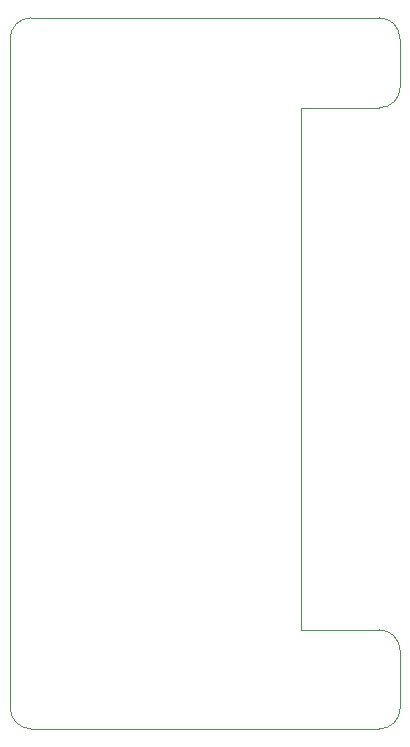
<source format=gm1>
%TF.GenerationSoftware,KiCad,Pcbnew,9.0.2*%
%TF.CreationDate,2025-06-18T23:28:51+06:00*%
%TF.ProjectId,Breadboardpower_Supply,42726561-6462-46f6-9172-64706f776572,rev?*%
%TF.SameCoordinates,Original*%
%TF.FileFunction,Profile,NP*%
%FSLAX46Y46*%
G04 Gerber Fmt 4.6, Leading zero omitted, Abs format (unit mm)*
G04 Created by KiCad (PCBNEW 9.0.2) date 2025-06-18 23:28:51*
%MOMM*%
%LPD*%
G01*
G04 APERTURE LIST*
%TA.AperFunction,Profile*%
%ADD10C,0.050000*%
%TD*%
G04 APERTURE END LIST*
D10*
X99822000Y-67056000D02*
X107205253Y-67056000D01*
X108979560Y-69342000D02*
X108956929Y-68820388D01*
X107205253Y-67056000D02*
G75*
G02*
X108956929Y-68820388I-1J-1751723D01*
G01*
X108979560Y-72915300D02*
X108979560Y-69342000D01*
X106172000Y-74676000D02*
X107198468Y-74680489D01*
X108979560Y-72915253D02*
G75*
G02*
X107201514Y-74680489I-1765283J1D01*
G01*
X100584000Y-74676000D02*
X106172000Y-74676000D01*
X100584000Y-74930000D02*
X100584000Y-74676000D01*
X100584000Y-117094000D02*
X100584000Y-74930000D01*
X100584000Y-118871954D02*
X100584000Y-117094000D01*
X107200760Y-118871954D02*
X100584000Y-118871954D01*
X107200764Y-118871954D02*
G75*
G02*
X108966000Y-120650000I0J-1765282D01*
G01*
X108978764Y-125488764D02*
X108966000Y-120649943D01*
X108978764Y-125488764D02*
G75*
G02*
X107200764Y-127266764I-1778000J0D01*
G01*
X77724000Y-127254000D02*
X107200800Y-127266764D01*
X77724000Y-127254000D02*
G75*
G02*
X75946000Y-125476000I0J1778000D01*
G01*
X75946000Y-68834000D02*
G75*
G02*
X77724000Y-67056000I1778000J0D01*
G01*
X75946000Y-68834000D02*
X75946000Y-125476000D01*
X99822000Y-67056000D02*
X77724000Y-67056000D01*
M02*

</source>
